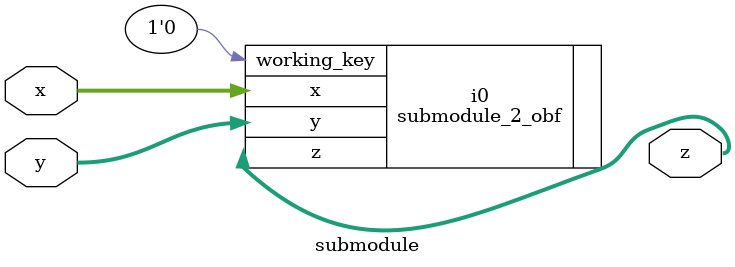
<source format=v>

module submodule
(
  x,
  y,
  z
);

  input [15:0] x;
  input [15:0] y;
  output [15:0] z;

  submodule_2_obf
  i0
  (
    .x(x),
    .y(y),
    .z(z),
    .working_key(1'b0)
  );


endmodule


</source>
